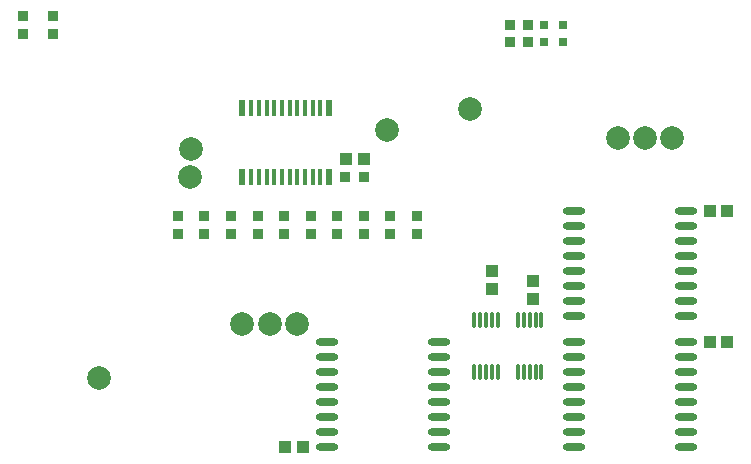
<source format=gtp>
G04*
G04 #@! TF.GenerationSoftware,Altium Limited,Altium Designer,20.2.6 (244)*
G04*
G04 Layer_Color=8421504*
%FSLAX25Y25*%
%MOIN*%
G70*
G04*
G04 #@! TF.SameCoordinates,B7C649A0-D185-4167-BDA9-E368864AB92A*
G04*
G04*
G04 #@! TF.FilePolarity,Positive*
G04*
G01*
G75*
%ADD16C,0.07874*%
%ADD17R,0.03937X0.04134*%
%ADD18O,0.07480X0.02362*%
%ADD19O,0.01181X0.05709*%
%ADD20R,0.02362X0.05315*%
%ADD21R,0.01575X0.05315*%
%ADD22R,0.03347X0.03543*%
%ADD23R,0.03543X0.03347*%
%ADD24R,0.03150X0.03150*%
%ADD25R,0.04134X0.03937*%
D16*
X259095Y152166D02*
D03*
X98655Y139276D02*
D03*
X98813Y148370D02*
D03*
X191811Y161772D02*
D03*
X164094Y154921D02*
D03*
X241142Y152166D02*
D03*
X250118D02*
D03*
X134252Y90236D02*
D03*
X125039D02*
D03*
X115827D02*
D03*
X68189Y72126D02*
D03*
D17*
X199134Y101850D02*
D03*
Y107756D02*
D03*
X212913Y104449D02*
D03*
Y98543D02*
D03*
D18*
X226535Y127657D02*
D03*
Y122658D02*
D03*
Y117657D02*
D03*
Y112657D02*
D03*
Y107658D02*
D03*
Y102657D02*
D03*
Y97658D02*
D03*
Y92658D02*
D03*
X263937Y127657D02*
D03*
Y122658D02*
D03*
Y117657D02*
D03*
Y112657D02*
D03*
Y107658D02*
D03*
Y102657D02*
D03*
Y97658D02*
D03*
Y92658D02*
D03*
X226535Y84153D02*
D03*
Y79154D02*
D03*
Y74154D02*
D03*
Y69153D02*
D03*
Y64153D02*
D03*
Y59153D02*
D03*
Y54154D02*
D03*
Y49154D02*
D03*
X263937Y84153D02*
D03*
Y79154D02*
D03*
Y74154D02*
D03*
Y69153D02*
D03*
Y64153D02*
D03*
Y59153D02*
D03*
Y54154D02*
D03*
Y49154D02*
D03*
X181417Y49154D02*
D03*
Y54154D02*
D03*
Y59153D02*
D03*
Y64153D02*
D03*
Y69153D02*
D03*
Y74154D02*
D03*
Y79154D02*
D03*
Y84153D02*
D03*
X144016Y49154D02*
D03*
Y54154D02*
D03*
Y59153D02*
D03*
Y64153D02*
D03*
Y69153D02*
D03*
Y74154D02*
D03*
Y79154D02*
D03*
Y84153D02*
D03*
D19*
X201102Y91536D02*
D03*
X199134D02*
D03*
X197165D02*
D03*
X195197D02*
D03*
X193228D02*
D03*
X201102Y74213D02*
D03*
X199134D02*
D03*
X197165D02*
D03*
X195197D02*
D03*
X193228D02*
D03*
X215669Y91536D02*
D03*
X213701D02*
D03*
X211732D02*
D03*
X209764D02*
D03*
X207795D02*
D03*
X215669Y74213D02*
D03*
X213701D02*
D03*
X211732D02*
D03*
X209764D02*
D03*
X207795D02*
D03*
D20*
X116004Y139272D02*
D03*
X144941D02*
D03*
X116004Y162303D02*
D03*
X144941D02*
D03*
D21*
X118957Y139272D02*
D03*
X121516D02*
D03*
X124075D02*
D03*
X126634D02*
D03*
X129193D02*
D03*
X131752D02*
D03*
X134311D02*
D03*
X136870D02*
D03*
X139429D02*
D03*
X141988D02*
D03*
X118957Y162303D02*
D03*
X124075D02*
D03*
X126634D02*
D03*
X129193D02*
D03*
X131752D02*
D03*
X121516D02*
D03*
X134311D02*
D03*
X136870D02*
D03*
X141988D02*
D03*
X139429D02*
D03*
D22*
X205059Y184213D02*
D03*
X211161D02*
D03*
Y189921D02*
D03*
X205059D02*
D03*
X156398Y139252D02*
D03*
X150295D02*
D03*
D23*
X42913Y186713D02*
D03*
Y192815D02*
D03*
X52953Y186713D02*
D03*
Y192815D02*
D03*
X94449Y126201D02*
D03*
Y120098D02*
D03*
X103307D02*
D03*
Y126201D02*
D03*
X112165D02*
D03*
Y120098D02*
D03*
X121024Y126201D02*
D03*
Y120098D02*
D03*
X129882Y126201D02*
D03*
Y120098D02*
D03*
X138740Y126201D02*
D03*
Y120098D02*
D03*
X147598Y126201D02*
D03*
Y120098D02*
D03*
X156457Y126201D02*
D03*
Y120098D02*
D03*
X165315Y126201D02*
D03*
Y120098D02*
D03*
X174173Y126201D02*
D03*
Y120098D02*
D03*
D24*
X222874Y184213D02*
D03*
X216575D02*
D03*
X222874Y189921D02*
D03*
X216575D02*
D03*
D25*
X277638Y127657D02*
D03*
X271732D02*
D03*
X277638Y84153D02*
D03*
X271732D02*
D03*
X130315Y49134D02*
D03*
X136221D02*
D03*
X156496Y145158D02*
D03*
X150591D02*
D03*
M02*

</source>
